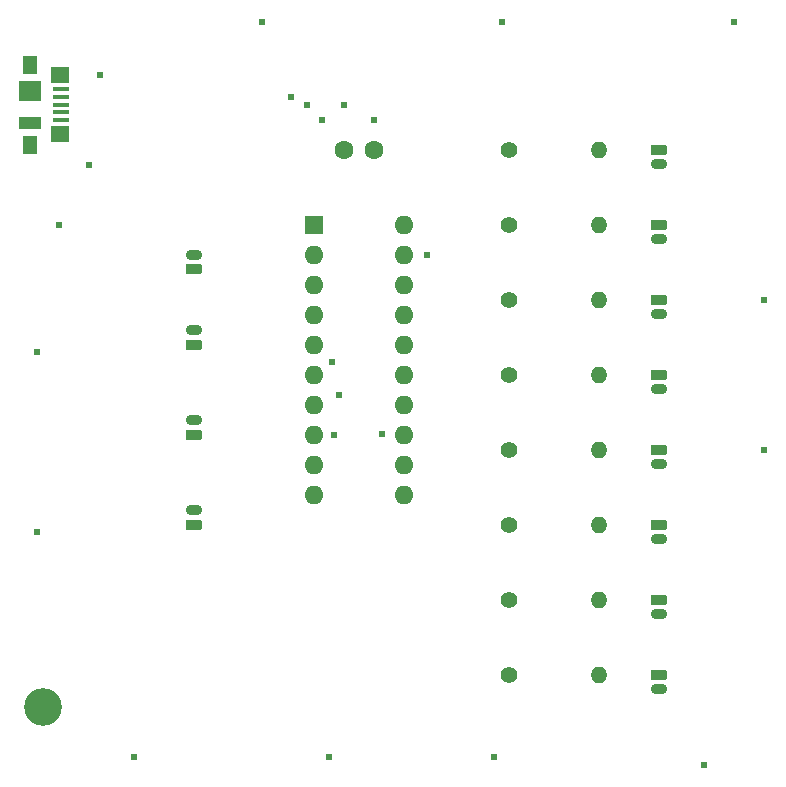
<source format=gts>
G04 #@! TF.GenerationSoftware,KiCad,Pcbnew,(6.0.6)*
G04 #@! TF.CreationDate,2022-07-28T21:52:44+09:00*
G04 #@! TF.ProjectId,TargetSite,54617267-6574-4536-9974-652e6b696361,rev?*
G04 #@! TF.SameCoordinates,PX7bfa480PY7bfa480*
G04 #@! TF.FileFunction,Soldermask,Top*
G04 #@! TF.FilePolarity,Negative*
%FSLAX46Y46*%
G04 Gerber Fmt 4.6, Leading zero omitted, Abs format (unit mm)*
G04 Created by KiCad (PCBNEW (6.0.6)) date 2022-07-28 21:52:44*
%MOMM*%
%LPD*%
G01*
G04 APERTURE LIST*
G04 Aperture macros list*
%AMRoundRect*
0 Rectangle with rounded corners*
0 $1 Rounding radius*
0 $2 $3 $4 $5 $6 $7 $8 $9 X,Y pos of 4 corners*
0 Add a 4 corners polygon primitive as box body*
4,1,4,$2,$3,$4,$5,$6,$7,$8,$9,$2,$3,0*
0 Add four circle primitives for the rounded corners*
1,1,$1+$1,$2,$3*
1,1,$1+$1,$4,$5*
1,1,$1+$1,$6,$7*
1,1,$1+$1,$8,$9*
0 Add four rect primitives between the rounded corners*
20,1,$1+$1,$2,$3,$4,$5,0*
20,1,$1+$1,$4,$5,$6,$7,0*
20,1,$1+$1,$6,$7,$8,$9,0*
20,1,$1+$1,$8,$9,$2,$3,0*%
G04 Aperture macros list end*
%ADD10RoundRect,0.225000X-0.475000X0.225000X-0.475000X-0.225000X0.475000X-0.225000X0.475000X0.225000X0*%
%ADD11O,1.400000X0.900000*%
%ADD12C,1.400000*%
%ADD13O,1.400000X1.400000*%
%ADD14RoundRect,0.225000X0.475000X-0.225000X0.475000X0.225000X-0.475000X0.225000X-0.475000X-0.225000X0*%
%ADD15R,1.600000X1.600000*%
%ADD16O,1.600000X1.600000*%
%ADD17R,1.380000X0.450000*%
%ADD18R,1.300000X1.650000*%
%ADD19R,1.900000X1.800000*%
%ADD20R,1.900000X1.000000*%
%ADD21R,1.550000X1.425000*%
%ADD22C,3.200000*%
%ADD23C,1.600000*%
%ADD24C,0.605000*%
G04 APERTURE END LIST*
D10*
X57150000Y38100000D03*
D11*
X57150000Y36850000D03*
D12*
X44450000Y12700000D03*
D13*
X52070000Y12700000D03*
D12*
X44450000Y38100000D03*
D13*
X52070000Y38100000D03*
D14*
X17780000Y33020000D03*
D11*
X17780000Y34270000D03*
D15*
X27950000Y50800000D03*
D16*
X27950000Y48260000D03*
X27950000Y45720000D03*
X27950000Y43180000D03*
X27950000Y40640000D03*
X27950000Y38100000D03*
X27950000Y35560000D03*
X27950000Y33020000D03*
X27950000Y30480000D03*
X27950000Y27940000D03*
X35570000Y27940000D03*
X35570000Y30480000D03*
X35570000Y33020000D03*
X35570000Y35560000D03*
X35570000Y38100000D03*
X35570000Y40640000D03*
X35570000Y43180000D03*
X35570000Y45720000D03*
X35570000Y48260000D03*
X35570000Y50800000D03*
D10*
X57150000Y31750000D03*
D11*
X57150000Y30500000D03*
D17*
X6540000Y62260000D03*
X6540000Y61610000D03*
X6540000Y60960000D03*
X6540000Y60310000D03*
X6540000Y59660000D03*
D18*
X3880000Y57585000D03*
D19*
X3880000Y62110000D03*
D20*
X3880000Y59410000D03*
D18*
X3880000Y64335000D03*
D21*
X6455000Y58472500D03*
X6455000Y63447500D03*
D14*
X17780000Y47010000D03*
D11*
X17780000Y48260000D03*
D10*
X57150000Y19050000D03*
D11*
X57150000Y17800000D03*
D22*
X5000000Y10000000D03*
D10*
X57150000Y12700000D03*
D11*
X57150000Y11450000D03*
D10*
X57150000Y57150000D03*
D11*
X57150000Y55900000D03*
D10*
X57150000Y44450000D03*
D11*
X57150000Y43200000D03*
D10*
X57150000Y25400000D03*
D11*
X57150000Y24150000D03*
D10*
X57150000Y50800000D03*
D11*
X57150000Y49550000D03*
D14*
X17780000Y25400000D03*
D11*
X17780000Y26650000D03*
D12*
X44450000Y44450000D03*
D13*
X52070000Y44450000D03*
D12*
X44450000Y19050000D03*
D13*
X52070000Y19050000D03*
D12*
X44450000Y50800000D03*
D13*
X52070000Y50800000D03*
D12*
X44450000Y31750000D03*
D13*
X52070000Y31750000D03*
D12*
X44450000Y57150000D03*
D13*
X52070000Y57150000D03*
D23*
X33000000Y57150000D03*
X30500000Y57150000D03*
D12*
X44450000Y25400000D03*
D13*
X52070000Y25400000D03*
D14*
X17780000Y40640000D03*
D11*
X17780000Y41890000D03*
D24*
X43815000Y67945000D03*
X66040000Y31750000D03*
X29210000Y5715000D03*
X23495000Y67945000D03*
X28575000Y59690000D03*
X8890000Y55880000D03*
X43180000Y5715000D03*
X60960000Y5080000D03*
X6350000Y50800000D03*
X33020000Y59690000D03*
X4445000Y24765000D03*
X63500000Y67945000D03*
X9822400Y63500000D03*
X4445000Y40005000D03*
X66040000Y44450000D03*
X12700000Y5715000D03*
X26020000Y61610000D03*
X37465000Y48260000D03*
X30480000Y60960000D03*
X27305000Y60960000D03*
X33657482Y33055768D03*
X30012072Y36362072D03*
X29444778Y39194137D03*
X29656721Y33005414D03*
M02*

</source>
